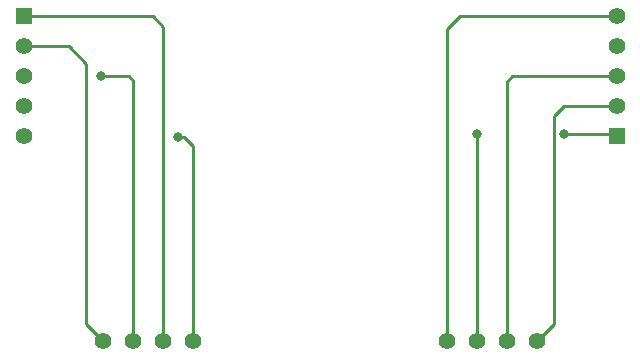
<source format=gbl>
G04 #@! TF.GenerationSoftware,KiCad,Pcbnew,(5.1.6-0-10_14)*
G04 #@! TF.CreationDate,2022-08-17T10:56:06+09:00*
G04 #@! TF.ProjectId,cool536trackballparts,636f6f6c-3533-4367-9472-61636b62616c,rev?*
G04 #@! TF.SameCoordinates,Original*
G04 #@! TF.FileFunction,Copper,L2,Bot*
G04 #@! TF.FilePolarity,Positive*
%FSLAX46Y46*%
G04 Gerber Fmt 4.6, Leading zero omitted, Abs format (unit mm)*
G04 Created by KiCad (PCBNEW (5.1.6-0-10_14)) date 2022-08-17 10:56:06*
%MOMM*%
%LPD*%
G01*
G04 APERTURE LIST*
G04 #@! TA.AperFunction,ComponentPad*
%ADD10C,1.397000*%
G04 #@! TD*
G04 #@! TA.AperFunction,ComponentPad*
%ADD11R,1.397000X1.397000*%
G04 #@! TD*
G04 #@! TA.AperFunction,ViaPad*
%ADD12C,0.800000*%
G04 #@! TD*
G04 #@! TA.AperFunction,Conductor*
%ADD13C,0.250000*%
G04 #@! TD*
G04 APERTURE END LIST*
D10*
X86830000Y-42520000D03*
X86830000Y-45060000D03*
X86830000Y-47600000D03*
X86830000Y-50140000D03*
D11*
X86830000Y-52680000D03*
D10*
X80060000Y-70040000D03*
X77520000Y-70040000D03*
X74980000Y-70040000D03*
X72440000Y-70040000D03*
X43360000Y-70040000D03*
X45900000Y-70040000D03*
X48440000Y-70040000D03*
X50980000Y-70040000D03*
D11*
X36590000Y-42520000D03*
D10*
X36590000Y-45060000D03*
X36590000Y-47600000D03*
X36590000Y-50140000D03*
X36590000Y-52680000D03*
D12*
X49630000Y-52720000D03*
X43180000Y-47620000D03*
X82340000Y-52490000D03*
X74990000Y-52530000D03*
D13*
X48440000Y-70040000D02*
X48440000Y-43430000D01*
X47530000Y-42520000D02*
X36590000Y-42520000D01*
X48440000Y-43430000D02*
X47530000Y-42520000D01*
X86830000Y-47600000D02*
X86810000Y-47620000D01*
X77960000Y-47620000D02*
X77520000Y-48060000D01*
X86810000Y-47620000D02*
X77960000Y-47620000D01*
X77520000Y-48060000D02*
X77520000Y-70040000D01*
X50980000Y-70040000D02*
X50980000Y-53520000D01*
X50180000Y-52720000D02*
X49630000Y-52720000D01*
X50980000Y-53520000D02*
X50180000Y-52720000D01*
X80060000Y-70040000D02*
X81524499Y-68575501D01*
X81524499Y-68575501D02*
X81524499Y-50995501D01*
X81524499Y-50995501D02*
X82380000Y-50140000D01*
X82380000Y-50140000D02*
X86830000Y-50140000D01*
X45900000Y-70040000D02*
X45900000Y-48040000D01*
X45480000Y-47620000D02*
X43180000Y-47620000D01*
X45900000Y-48040000D02*
X45480000Y-47620000D01*
X82340000Y-52490000D02*
X86640000Y-52490000D01*
X86640000Y-52490000D02*
X86830000Y-52680000D01*
X74980000Y-70040000D02*
X74980000Y-52540000D01*
X74980000Y-52540000D02*
X74990000Y-52530000D01*
X86790000Y-52720000D02*
X86830000Y-52680000D01*
X41893297Y-68573297D02*
X41893297Y-46533297D01*
X43360000Y-70040000D02*
X41893297Y-68573297D01*
X40420000Y-45060000D02*
X36590000Y-45060000D01*
X41893297Y-46533297D02*
X40420000Y-45060000D01*
X72440000Y-43620000D02*
X73540000Y-42520000D01*
X73540000Y-42520000D02*
X86830000Y-42520000D01*
X72440000Y-70040000D02*
X72440000Y-43620000D01*
M02*

</source>
